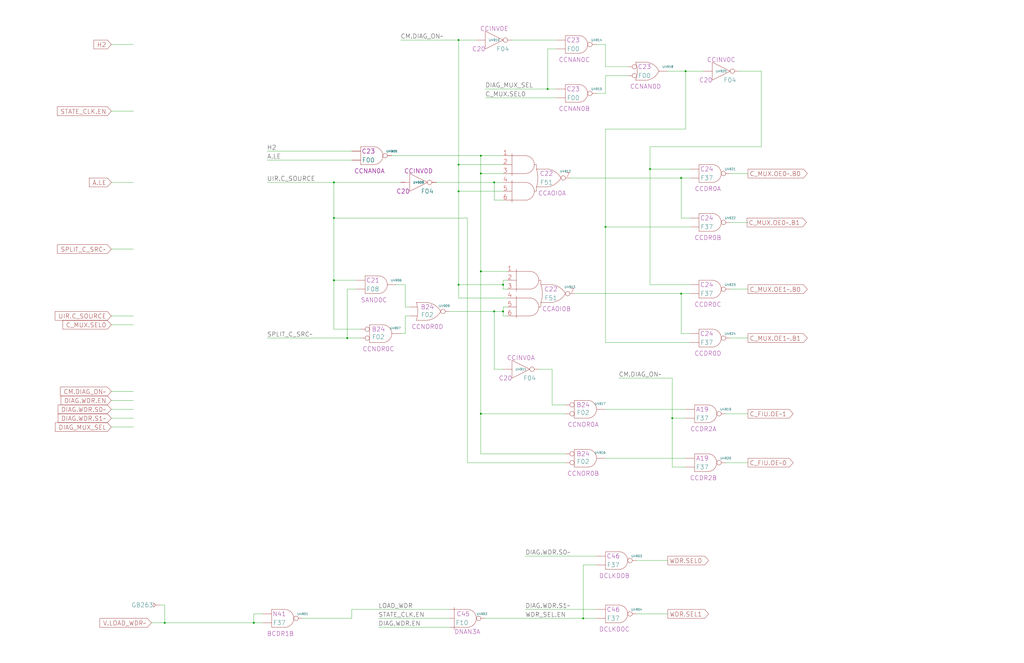
<source format=kicad_sch>
(kicad_sch (version 20220126) (generator eeschema)
  (paper "User" 584.2 378.46)
  (title_block (title "C SOURCE CONTROL") (date "22-MAR-90") (rev "1.0") (comment 1 "VALUE") (comment 2 "232-003063") (comment 3 "S400") (comment 4 "RELEASED"))
  (lib_symbols
    (symbol "r1000:F00" (pin_numbers hide) (pin_names hide)
      (property "Reference" "U" (at 15.24 0 0))
      (property "Value" "F00" (at 1.905 -5.08 0))
      (property "Location" "___" (at 1.905 0 0))
      (property "Name" "______" (at 2.54 -12.7 0))
      (symbol "F00_0_1"
        (polyline (pts (xy -2.54 -7.62) (xy 5.08 -7.62)) (stroke (width 0.1524)))
        (polyline (pts (xy -2.54 2.54) (xy -2.54 -7.62)) (stroke (width 0.1524)))
        (polyline (pts (xy -2.54 2.54) (xy 5.08 2.54)) (stroke (width 0.1524)))
        (arc (start 5.08 -7.62) (mid 10.1282 -2.54) (end 5.08 2.54) (stroke (width 0.1524)))
        (circle (center 11.43 -2.54) (radius 1.27) (stroke (width 0.1524)))
      )
      (symbol "F00_0_2"
        (circle (center -3.81 -5.08) (radius 1.27) (stroke (width 0.1524)))
        (circle (center -3.81 0) (radius 1.27) (stroke (width 0.1524)))
        (arc (start -3.175 -7.62) (mid -2.134 -2.54) (end -3.175 2.54) (stroke (width 0.1524)))
        (polyline (pts (xy -3.175 -7.62) (xy 3.81 -7.62)) (stroke (width 0.1524)))
        (polyline (pts (xy -3.175 2.54) (xy 3.81 2.54)) (stroke (width 0.1524)))
        (arc (start 3.81 -7.62) (mid 7.5855 -5.8306) (end 10.16 -2.54) (stroke (width 0.1524)))
        (arc (start 10.16 -2.54) (mid 7.5827 0.7471) (end 3.81 2.54) (stroke (width 0.1524)))
      )
      (symbol "F00_1_1"
        (pin input line (at -7.62 0 0) (length 5.08) (name "D0") (number "1"))
        (pin input line (at -7.62 -5.08 0) (length 5.08) (name "D1") (number "2"))
        (pin output line (at 15.24 -2.54 180) (length 2.54) (name "Q") (number "3"))
      )
      (symbol "F00_1_2"
        (pin input line (at -7.62 0 0) (length 2.54) (name "D0") (number "1"))
        (pin input line (at -7.62 -5.08 0) (length 2.54) (name "D1") (number "2"))
        (pin output line (at 15.24 -2.54 180) (length 5.08) (name "Q") (number "3"))
      )
    )
    (symbol "r1000:F02" (pin_numbers hide) (pin_names hide)
      (property "Reference" "U" (at 12.16 0.635 0))
      (property "Value" "F02" (at -1.27 -4.445 0))
      (property "Location" "___" (at 2.54 0 0))
      (property "Name" "______" (at 2.54 -12.7 0))
      (symbol "F02_0_1"
        (arc (start -3.81 -7.62) (mid -2.9847 -2.54) (end -3.81 2.54) (stroke (width 0.1524)))
        (polyline (pts (xy -5.08 -5.08) (xy -3.175 -5.08)) (stroke (width 0.1524)))
        (polyline (pts (xy -5.08 0) (xy -3.175 0)) (stroke (width 0.1524)))
        (polyline (pts (xy -3.81 -7.62) (xy 2.54 -7.62)) (stroke (width 0.1524)))
        (polyline (pts (xy -3.81 2.54) (xy 2.54 2.54)) (stroke (width 0.1524)))
        (polyline (pts (xy 13.97 -2.54) (xy 12.7 -2.54)) (stroke (width 0.1524)))
        (arc (start 2.54 -7.62) (mid 6.9515 -5.9823) (end 10.16 -2.54) (stroke (width 0.1524)))
        (arc (start 10.16 -2.54) (mid 6.9478 0.8966) (end 2.54 2.54) (stroke (width 0.1524)))
        (circle (center 11.43 -2.54) (radius 1.27) (stroke (width 0.1524)))
      )
      (symbol "F02_0_2"
        (circle (center -3.81 -5.08) (radius 1.27) (stroke (width 0.1524)))
        (circle (center -3.81 0) (radius 1.27) (stroke (width 0.1524)))
        (polyline (pts (xy -2.54 -7.62) (xy 5.08 -7.62)) (stroke (width 0.1524)))
        (polyline (pts (xy -2.54 2.54) (xy -2.54 -7.62)) (stroke (width 0.1524)))
        (polyline (pts (xy -2.54 2.54) (xy 5.08 2.54)) (stroke (width 0.1524)))
        (polyline (pts (xy 11.43 -2.54) (xy 10.16 -2.54)) (stroke (width 0.1524)))
        (polyline (pts (xy 11.43 -2.54) (xy 12.7 -2.54)) (stroke (width 0.1524)))
        (arc (start 5.08 -7.62) (mid 10.1282 -2.54) (end 5.08 2.54) (stroke (width 0.1524)))
      )
      (symbol "F02_1_1"
        (pin input line (at -7.62 0 0) (length 2.54) (name "D0") (number "1"))
        (pin input line (at -7.62 -5.08 0) (length 2.54) (name "D1") (number "2"))
        (pin output line (at 15.24 -2.54 180) (length 1.27) (name "Q") (number "3"))
      )
      (symbol "F02_1_2"
        (pin input line (at -7.62 0 0) (length 2.54) (name "D0") (number "1"))
        (pin input line (at -7.62 -5.08 0) (length 2.54) (name "D1") (number "2"))
        (pin output line (at 15.24 -2.54 180) (length 2.54) (name "Q") (number "3"))
      )
    )
    (symbol "r1000:F04" (pin_numbers hide) (pin_names hide)
      (property "Reference" "U" (at 0 0 0))
      (property "Value" "F04" (at 1.27 -5.08 0))
      (property "Location" "___" (at -12.7 -5.08 0))
      (property "Name" "______" (at 0 5.08 0))
      (symbol "F04_0_1"
        (polyline (pts (xy -7.62 0) (xy -5.08 0)) (stroke (width 0.1524)))
        (polyline (pts (xy -5.08 5.08) (xy -5.08 -5.08)) (stroke (width 0.1524)))
        (polyline (pts (xy 5.08 0) (xy -5.08 -5.08)) (stroke (width 0.1524)))
        (polyline (pts (xy 5.08 0) (xy -5.08 5.08)) (stroke (width 0.1524)))
        (circle (center 6.35 0) (radius 1.27) (stroke (width 0.1524)))
      )
      (symbol "F04_1_1"
        (pin input line (at -10.16 0 0) (length 2.54) (name "D0") (number "1"))
        (pin output line (at 10.16 0 180) (length 2.54) (name "Q") (number "2"))
      )
    )
    (symbol "r1000:F08" (pin_numbers hide) (pin_names hide)
      (property "Reference" "U" (at 15.24 0 0))
      (property "Value" "F08" (at 1.905 -5.08 0))
      (property "Location" "___" (at 1.905 0 0))
      (property "Name" "______" (at 2.54 -12.7 0))
      (symbol "F08_0_1"
        (polyline (pts (xy -2.54 -7.62) (xy 5.08 -7.62)) (stroke (width 0.1524)))
        (polyline (pts (xy -2.54 2.54) (xy -2.54 -7.62)) (stroke (width 0.1524)))
        (polyline (pts (xy -2.54 2.54) (xy 5.08 2.54)) (stroke (width 0.1524)))
        (arc (start 5.08 -7.62) (mid 10.1282 -2.54) (end 5.08 2.54) (stroke (width 0.1524)))
      )
      (symbol "F08_0_2"
        (circle (center -3.81 -5.08) (radius 1.27) (stroke (width 0.1524)))
        (circle (center -3.81 0) (radius 1.27) (stroke (width 0.1524)))
        (arc (start -3.175 -7.62) (mid -2.134 -2.54) (end -3.175 2.54) (stroke (width 0.1524)))
        (polyline (pts (xy -3.175 -7.62) (xy 3.81 -7.62)) (stroke (width 0.1524)))
        (polyline (pts (xy -3.175 2.54) (xy 3.81 2.54)) (stroke (width 0.1524)))
        (arc (start 3.81 -7.62) (mid 7.5855 -5.8306) (end 10.16 -2.54) (stroke (width 0.1524)))
        (arc (start 10.16 -2.54) (mid 7.5827 0.7471) (end 3.81 2.54) (stroke (width 0.1524)))
        (circle (center 11.43 -2.54) (radius 1.27) (stroke (width 0.1524)))
      )
      (symbol "F08_1_1"
        (pin input line (at -7.62 0 0) (length 5.08) (name "D0") (number "1"))
        (pin input line (at -7.62 -5.08 0) (length 5.08) (name "D1") (number "2"))
        (pin output line (at 15.24 -2.54 180) (length 5.08) (name "Q") (number "3"))
      )
      (symbol "F08_1_2"
        (pin input line (at -7.62 0 0) (length 2.54) (name "D0") (number "1"))
        (pin input line (at -7.62 -5.08 0) (length 2.54) (name "D1") (number "2"))
        (pin output line (at 15.24 -2.54 180) (length 2.54) (name "Q") (number "3"))
      )
    )
    (symbol "r1000:F10" (pin_numbers hide) (pin_names hide)
      (property "Reference" "U" (at 13.335 0 0))
      (property "Value" "F10" (at 5.715 -5.08 0))
      (property "Location" "___" (at -1.27 0 0))
      (property "Name" "______" (at -2.54 -10.16 0))
      (symbol "F10_0_1"
        (polyline (pts (xy -2.54 -7.62) (xy 5.08 -7.62)) (stroke (width 0.1524)))
        (polyline (pts (xy -2.54 2.54) (xy 5.08 2.54)) (stroke (width 0.1524)))
        (polyline (pts (xy -2.54 3.81) (xy -2.54 -8.89)) (stroke (width 0.1524)))
        (arc (start 5.08 -7.62) (mid 10.1282 -2.54) (end 5.08 2.54) (stroke (width 0.1524)))
        (circle (center 11.43 -2.54) (radius 1.27) (stroke (width 0.1524)))
      )
      (symbol "F10_0_2"
        (circle (center -3.81 -7.62) (radius 1.27) (stroke (width 0.1524)))
        (circle (center -3.81 2.54) (radius 1.27) (stroke (width 0.1524)))
        (circle (center -3.175 -2.54) (radius 1.27) (stroke (width 0.1524)))
        (arc (start -2.54 -7.62) (mid -1.8195 -2.54) (end -2.54 2.54) (stroke (width 0.1524)))
        (polyline (pts (xy -4.445 -2.54) (xy -5.08 -2.54)) (stroke (width 0.1524)))
        (polyline (pts (xy -2.54 -7.62) (xy 5.08 -7.62)) (stroke (width 0.1524)))
        (polyline (pts (xy -2.54 2.54) (xy 5.08 2.54)) (stroke (width 0.1524)))
        (polyline (pts (xy 10.795 -2.54) (xy 12.7 -2.54)) (stroke (width 0.1524)))
        (arc (start 5.08 -7.62) (mid 8.4845 -5.6954) (end 10.795 -2.54) (stroke (width 0.1524)))
        (arc (start 10.795 -2.54) (mid 8.4807 0.6111) (end 5.08 2.54) (stroke (width 0.1524)))
      )
      (symbol "F10_1_1"
        (pin input line (at -5.08 2.54 0) (length 2.54) (name "D0") (number "1"))
        (pin input line (at -5.08 -2.54 0) (length 2.54) (name "D1") (number "2"))
        (pin input line (at -5.08 -7.62 0) (length 2.54) (name "D2") (number "3"))
        (pin output line (at 15.24 -2.54 180) (length 2.54) (name "Q") (number "4"))
      )
      (symbol "F10_1_2"
        (pin input line (at -5.08 2.54 0) (length 0) (name "D0") (number "1"))
        (pin input line (at -5.08 -2.54 0) (length 0) (name "D1") (number "2"))
        (pin input line (at -5.08 -7.62 0) (length 0) (name "D2") (number "3"))
        (pin output line (at 15.24 -2.54 180) (length 2.54) (name "Q") (number "4"))
      )
    )
    (symbol "r1000:F37" (pin_numbers hide) (pin_names (offset 0) hide)
      (property "Reference" "U" (at 15.24 0 0))
      (property "Value" "F37" (at 1.905 -5.08 0))
      (property "Location" "___" (at 1.905 0 0))
      (property "Name" "______" (at 2.54 -12.7 0))
      (symbol "F37_0_1"
        (polyline (pts (xy -2.54 -7.62) (xy 5.08 -7.62)) (stroke (width 0.1524)))
        (polyline (pts (xy -2.54 2.54) (xy -2.54 -7.62)) (stroke (width 0.1524)))
        (polyline (pts (xy -2.54 2.54) (xy 5.08 2.54)) (stroke (width 0.1524)))
        (arc (start 5.08 -7.62) (mid 10.1282 -2.54) (end 5.08 2.54) (stroke (width 0.1524)))
        (circle (center 11.43 -2.54) (radius 1.27) (stroke (width 0.1524)))
      )
      (symbol "F37_0_2"
        (circle (center -3.81 -5.08) (radius 1.27) (stroke (width 0.1524)))
        (circle (center -3.81 0) (radius 1.27) (stroke (width 0.1524)))
        (arc (start -3.175 -7.62) (mid -2.134 -2.54) (end -3.175 2.54) (stroke (width 0.1524)))
        (polyline (pts (xy -3.175 -7.62) (xy 3.81 -7.62)) (stroke (width 0.1524)))
        (polyline (pts (xy -3.175 2.54) (xy 3.81 2.54)) (stroke (width 0.1524)))
        (arc (start 3.81 -7.62) (mid 7.5855 -5.8306) (end 10.16 -2.54) (stroke (width 0.1524)))
        (arc (start 10.16 -2.54) (mid 7.5827 0.7471) (end 3.81 2.54) (stroke (width 0.1524)))
      )
      (symbol "F37_1_1"
        (pin input line (at -7.62 0 0) (length 5.08) (name "D0") (number "1"))
        (pin input line (at -7.62 -5.08 0) (length 5.08) (name "D1") (number "2"))
        (pin output line (at 15.24 -2.54 180) (length 2.54) (name "Q") (number "3"))
      )
      (symbol "F37_1_2"
        (pin input line (at -7.62 0 0) (length 2.54) (name "D0") (number "1"))
        (pin input line (at -7.62 -5.08 0) (length 2.54) (name "D1") (number "2"))
        (pin output line (at 15.24 -2.54 180) (length 5.08) (name "Q") (number "3"))
      )
    )
    (symbol "r1000:F51" (pin_names hide)
      (property "Reference" "U" (at 12.7 1.27 0))
      (property "Value" "F51" (at 1.905 -5.08 0))
      (property "Location" "___" (at 1.905 0 0))
      (property "Name" "______" (at 5.08 -12.7 0))
      (symbol "F51_0_0"
        (arc (start -10.16 -15.24) (mid -6.5679 -13.7521) (end -5.08 -10.16) (stroke (width 0.1524)))
        (arc (start -10.16 0) (mid -6.5679 1.4879) (end -5.08 5.08) (stroke (width 0.1524)))
        (arc (start -5.08 -10.16) (mid -6.5679 -6.5679) (end -10.16 -5.08) (stroke (width 0.1524)))
        (arc (start -5.08 5.08) (mid -6.5679 8.6721) (end -10.16 10.16) (stroke (width 0.1524)))
        (arc (start -3.8173 -7.62) (mid -2.9926 -2.54) (end -3.8173 2.54) (stroke (width 0.1524)))
        (polyline (pts (xy -20.32 -15.24) (xy -17.78 -15.24)) (stroke (width 0.1524)))
        (polyline (pts (xy -20.32 -10.16) (xy -17.78 -10.16)) (stroke (width 0.1524)))
        (polyline (pts (xy -20.32 -5.08) (xy -17.78 -5.08)) (stroke (width 0.1524)))
        (polyline (pts (xy -20.32 0) (xy -17.78 0)) (stroke (width 0.1524)))
        (polyline (pts (xy -20.32 5.08) (xy -17.78 5.08)) (stroke (width 0.1524)))
        (polyline (pts (xy -20.32 10.16) (xy -17.78 10.16)) (stroke (width 0.1524)))
        (polyline (pts (xy -17.78 -3.81) (xy -17.78 -16.51)) (stroke (width 0.1524)))
        (polyline (pts (xy -17.78 11.43) (xy -17.78 -1.27)) (stroke (width 0.1524)))
        (polyline (pts (xy -10.16 -15.24) (xy -17.78 -15.24)) (stroke (width 0.1524)))
        (polyline (pts (xy -10.16 -5.08) (xy -17.78 -5.08)) (stroke (width 0.1524)))
        (polyline (pts (xy -10.16 0) (xy -17.78 0)) (stroke (width 0.1524)))
        (polyline (pts (xy -10.16 10.16) (xy -17.78 10.16)) (stroke (width 0.1524)))
        (polyline (pts (xy -3.81 -7.62) (xy 2.54 -7.62)) (stroke (width 0.1524)))
        (polyline (pts (xy -3.81 2.54) (xy 2.54 2.54)) (stroke (width 0.1524)))
        (polyline (pts (xy -5.08 -10.16) (xy -3.81 -10.16) (xy -3.81 -7.62)) (stroke (width 0.1524)))
        (polyline (pts (xy -5.08 5.08) (xy -3.81 5.08) (xy -3.81 2.54)) (stroke (width 0.1524)))
        (arc (start 2.54 -7.62) (mid 6.9504 -5.9805) (end 10.16 -2.54) (stroke (width 0.1524)))
        (arc (start 10.16 -2.54) (mid 6.9516 0.9024) (end 2.54 2.54) (stroke (width 0.1524)))
        (circle (center 11.43 -2.54) (radius 1.27) (stroke (width 0.1524)))
      )
      (symbol "F51_1_1"
        (pin input line (at -22.86 10.16 0) (length 2.54) (name "A1") (number "1"))
        (pin input line (at -22.86 5.08 0) (length 2.54) (name "A2") (number "2"))
        (pin input line (at -22.86 0 0) (length 2.54) (name "A3") (number "3"))
        (pin input line (at -22.86 -5.08 0) (length 2.54) (name "B1") (number "4"))
        (pin input line (at -22.86 -10.16 0) (length 2.54) (name "B2") (number "5"))
        (pin input line (at -22.86 -15.24 0) (length 2.54) (name "B3") (number "6"))
        (pin output line (at 15.24 -2.54 180) (length 2.54) (name "Q") (number "7"))
      )
    )
    (symbol "r1000:GB" (pin_numbers hide) (pin_names (offset 0) hide)
      (property "Reference" "GB" (at 3.81 0 0))
      (symbol "GB_0_1"
        (polyline (pts (xy 2.54 0) (xy 3.81 1.27) (xy 3.81 -1.27) (xy 2.54 0)) (stroke (width 0.1524)))
      )
      (symbol "GB_1_1"
        (pin bidirectional line (at 0 0 0) (length 2.54) (name "") (number "1"))
      )
    )
  )
  (wire (pts (xy 144.78 350.52) (xy 144.78 355.6)))
  (wire (pts (xy 144.78 355.6) (xy 149.86 355.6)))
  (wire (pts (xy 149.86 350.52) (xy 144.78 350.52)))
  (wire (pts (xy 152.4 104.14) (xy 190.5 104.14)))
  (wire (pts (xy 152.4 193.04) (xy 198.12 193.04)))
  (wire (pts (xy 152.4 86.36) (xy 200.66 86.36)))
  (wire (pts (xy 152.4 91.44) (xy 200.66 91.44)))
  (wire (pts (xy 172.72 353.06) (xy 200.66 353.06)))
  (wire (pts (xy 190.5 104.14) (xy 190.5 124.46)))
  (wire (pts (xy 190.5 104.14) (xy 228.6 104.14)))
  (wire (pts (xy 190.5 124.46) (xy 190.5 160.02)))
  (wire (pts (xy 190.5 124.46) (xy 266.7 124.46)))
  (wire (pts (xy 190.5 160.02) (xy 190.5 187.96)))
  (wire (pts (xy 190.5 160.02) (xy 203.2 160.02)))
  (wire (pts (xy 198.12 165.1) (xy 203.2 165.1)))
  (wire (pts (xy 198.12 193.04) (xy 198.12 165.1)))
  (wire (pts (xy 198.12 193.04) (xy 205.74 193.04)))
  (wire (pts (xy 200.66 347.98) (xy 256.54 347.98)))
  (wire (pts (xy 200.66 353.06) (xy 200.66 347.98)))
  (wire (pts (xy 205.74 187.96) (xy 190.5 187.96)))
  (wire (pts (xy 215.9 353.06) (xy 256.54 353.06)))
  (wire (pts (xy 215.9 358.14) (xy 256.54 358.14)))
  (wire (pts (xy 223.52 88.9) (xy 274.32 88.9)))
  (wire (pts (xy 226.06 162.56) (xy 231.14 162.56)))
  (wire (pts (xy 228.6 190.5) (xy 231.14 190.5)))
  (wire (pts (xy 228.6 22.86) (xy 261.62 22.86)))
  (wire (pts (xy 231.14 175.26) (xy 231.14 162.56)))
  (wire (pts (xy 231.14 180.34) (xy 231.14 190.5)))
  (wire (pts (xy 233.68 175.26) (xy 231.14 175.26)))
  (wire (pts (xy 233.68 180.34) (xy 231.14 180.34)))
  (wire (pts (xy 248.92 104.14) (xy 281.94 104.14)))
  (wire (pts (xy 256.54 177.8) (xy 281.94 177.8)))
  (wire (pts (xy 261.62 109.22) (xy 261.62 162.56)))
  (wire (pts (xy 261.62 109.22) (xy 261.62 93.98)))
  (wire (pts (xy 261.62 170.18) (xy 261.62 162.56)))
  (wire (pts (xy 261.62 22.86) (xy 271.78 22.86)))
  (wire (pts (xy 261.62 93.98) (xy 261.62 22.86)))
  (wire (pts (xy 266.7 124.46) (xy 266.7 264.16)))
  (wire (pts (xy 274.32 154.94) (xy 274.32 99.06)))
  (wire (pts (xy 274.32 236.22) (xy 274.32 154.94)))
  (wire (pts (xy 274.32 259.08) (xy 274.32 236.22)))
  (wire (pts (xy 274.32 88.9) (xy 287.02 88.9)))
  (wire (pts (xy 274.32 99.06) (xy 274.32 88.9)))
  (wire (pts (xy 276.86 353.06) (xy 332.74 353.06)))
  (wire (pts (xy 276.86 50.8) (xy 312.42 50.8)))
  (wire (pts (xy 276.86 55.88) (xy 317.5 55.88)))
  (wire (pts (xy 281.94 104.14) (xy 287.02 104.14)))
  (wire (pts (xy 281.94 114.3) (xy 281.94 104.14)))
  (wire (pts (xy 281.94 177.8) (xy 287.02 177.8)))
  (wire (pts (xy 281.94 210.82) (xy 281.94 177.8)))
  (wire (pts (xy 287.02 109.22) (xy 261.62 109.22)))
  (wire (pts (xy 287.02 114.3) (xy 281.94 114.3)))
  (wire (pts (xy 287.02 160.02) (xy 289.56 160.02)))
  (wire (pts (xy 287.02 162.56) (xy 261.62 162.56)))
  (wire (pts (xy 287.02 162.56) (xy 287.02 160.02)))
  (wire (pts (xy 287.02 165.1) (xy 287.02 162.56)))
  (wire (pts (xy 287.02 175.26) (xy 289.56 175.26)))
  (wire (pts (xy 287.02 177.8) (xy 287.02 175.26)))
  (wire (pts (xy 287.02 180.34) (xy 287.02 177.8)))
  (wire (pts (xy 287.02 210.82) (xy 281.94 210.82)))
  (wire (pts (xy 287.02 93.98) (xy 261.62 93.98)))
  (wire (pts (xy 287.02 99.06) (xy 274.32 99.06)))
  (wire (pts (xy 289.56 154.94) (xy 274.32 154.94)))
  (wire (pts (xy 289.56 165.1) (xy 287.02 165.1)))
  (wire (pts (xy 289.56 170.18) (xy 261.62 170.18)))
  (wire (pts (xy 289.56 180.34) (xy 287.02 180.34)))
  (wire (pts (xy 292.1 22.86) (xy 317.5 22.86)))
  (wire (pts (xy 299.72 317.5) (xy 340.36 317.5)))
  (wire (pts (xy 299.72 347.98) (xy 340.36 347.98)))
  (wire (pts (xy 312.42 27.94) (xy 312.42 50.8)))
  (wire (pts (xy 312.42 50.8) (xy 317.5 50.8)))
  (wire (pts (xy 314.96 210.82) (xy 307.34 210.82)))
  (wire (pts (xy 314.96 231.14) (xy 314.96 210.82)))
  (wire (pts (xy 317.5 27.94) (xy 312.42 27.94)))
  (wire (pts (xy 322.58 231.14) (xy 314.96 231.14)))
  (wire (pts (xy 322.58 236.22) (xy 274.32 236.22)))
  (wire (pts (xy 322.58 259.08) (xy 274.32 259.08)))
  (wire (pts (xy 322.58 264.16) (xy 266.7 264.16)))
  (wire (pts (xy 325.12 101.6) (xy 388.62 101.6)))
  (wire (pts (xy 327.66 167.64) (xy 388.62 167.64)))
  (wire (pts (xy 332.74 322.58) (xy 332.74 353.06)))
  (wire (pts (xy 332.74 353.06) (xy 340.36 353.06)))
  (wire (pts (xy 340.36 25.4) (xy 345.44 25.4)))
  (wire (pts (xy 340.36 322.58) (xy 332.74 322.58)))
  (wire (pts (xy 340.36 53.34) (xy 345.44 53.34)))
  (wire (pts (xy 345.44 129.54) (xy 345.44 73.66)))
  (wire (pts (xy 345.44 129.54) (xy 393.7 129.54)))
  (wire (pts (xy 345.44 195.58) (xy 345.44 129.54)))
  (wire (pts (xy 345.44 233.68) (xy 391.16 233.68)))
  (wire (pts (xy 345.44 25.4) (xy 345.44 38.1)))
  (wire (pts (xy 345.44 261.62) (xy 391.16 261.62)))
  (wire (pts (xy 345.44 38.1) (xy 358.14 38.1)))
  (wire (pts (xy 345.44 43.18) (xy 358.14 43.18)))
  (wire (pts (xy 345.44 53.34) (xy 345.44 43.18)))
  (wire (pts (xy 345.44 73.66) (xy 391.16 73.66)))
  (wire (pts (xy 353.06 215.9) (xy 383.54 215.9)))
  (wire (pts (xy 363.22 320.04) (xy 381 320.04)))
  (wire (pts (xy 363.22 350.52) (xy 381 350.52)))
  (wire (pts (xy 370.84 162.56) (xy 393.7 162.56)))
  (wire (pts (xy 370.84 83.82) (xy 370.84 96.52)))
  (wire (pts (xy 370.84 96.52) (xy 370.84 162.56)))
  (wire (pts (xy 370.84 96.52) (xy 393.7 96.52)))
  (wire (pts (xy 381 40.64) (xy 391.16 40.64)))
  (wire (pts (xy 383.54 215.9) (xy 383.54 238.76)))
  (wire (pts (xy 383.54 238.76) (xy 383.54 266.7)))
  (wire (pts (xy 383.54 238.76) (xy 391.16 238.76)))
  (wire (pts (xy 383.54 266.7) (xy 391.16 266.7)))
  (wire (pts (xy 388.62 101.6) (xy 393.7 101.6)))
  (wire (pts (xy 388.62 124.46) (xy 388.62 101.6)))
  (wire (pts (xy 388.62 167.64) (xy 393.7 167.64)))
  (wire (pts (xy 388.62 190.5) (xy 388.62 167.64)))
  (wire (pts (xy 391.16 40.64) (xy 401.32 40.64)))
  (wire (pts (xy 391.16 73.66) (xy 391.16 40.64)))
  (wire (pts (xy 393.7 124.46) (xy 388.62 124.46)))
  (wire (pts (xy 393.7 190.5) (xy 388.62 190.5)))
  (wire (pts (xy 393.7 195.58) (xy 345.44 195.58)))
  (wire (pts (xy 414.02 236.22) (xy 426.72 236.22)))
  (wire (pts (xy 414.02 264.16) (xy 426.72 264.16)))
  (wire (pts (xy 416.56 127) (xy 426.72 127)))
  (wire (pts (xy 416.56 165.1) (xy 426.72 165.1)))
  (wire (pts (xy 416.56 193.04) (xy 426.72 193.04)))
  (wire (pts (xy 416.56 99.06) (xy 426.72 99.06)))
  (wire (pts (xy 421.64 40.64) (xy 434.34 40.64)))
  (wire (pts (xy 434.34 40.64) (xy 434.34 83.82)))
  (wire (pts (xy 434.34 83.82) (xy 370.84 83.82)))
  (wire (pts (xy 63.5 104.14) (xy 76.2 104.14)))
  (wire (pts (xy 63.5 142.24) (xy 76.2 142.24)))
  (wire (pts (xy 63.5 180.34) (xy 76.2 180.34)))
  (wire (pts (xy 63.5 185.42) (xy 76.2 185.42)))
  (wire (pts (xy 63.5 223.52) (xy 76.2 223.52)))
  (wire (pts (xy 63.5 228.6) (xy 76.2 228.6)))
  (wire (pts (xy 63.5 233.68) (xy 76.2 233.68)))
  (wire (pts (xy 63.5 238.76) (xy 76.2 238.76)))
  (wire (pts (xy 63.5 243.84) (xy 76.2 243.84)))
  (wire (pts (xy 63.5 25.4) (xy 76.2 25.4)))
  (wire (pts (xy 63.5 63.5) (xy 76.2 63.5)))
  (wire (pts (xy 91.44 345.44) (xy 93.98 345.44)))
  (wire (pts (xy 93.98 345.44) (xy 93.98 355.6)))
  (wire (pts (xy 93.98 355.6) (xy 144.78 355.6)))
  (wire (pts (xy 93.98 355.6) (xy 86.36 355.6)))
  (global_label "H2" (shape input) (at 63.5 25.4 180) (effects (font (size 2.54 2.54))) (property "Intersheet References" "${INTERSHEET_REFS}" (at 53.594 25.2413 0) (effects (font (size 1.905 1.905)) (justify right))))
  (global_label "STATE_CLK.EN" (shape input) (at 63.5 63.5 180) (effects (font (size 2.54 2.54))) (property "Intersheet References" "${INTERSHEET_REFS}" (at 32.6692 63.3413 0) (effects (font (size 1.905 1.905)) (justify right))))
  (global_label "A.LE" (shape input) (at 63.5 104.14 180) (effects (font (size 2.54 2.54))) (property "Intersheet References" "${INTERSHEET_REFS}" (at 50.933 103.9813 0) (effects (font (size 1.905 1.905)) (justify right))))
  (global_label "SPLIT_C_SRC~" (shape input) (at 63.5 142.24 180) (effects (font (size 2.54 2.54))) (property "Intersheet References" "${INTERSHEET_REFS}" (at 32.7902 142.0813 0) (effects (font (size 1.905 1.905)) (justify right))))
  (global_label "UIR.C_SOURCE" (shape input) (at 63.5 180.34 180) (effects (font (size 2.54 2.54))) (property "Intersheet References" "${INTERSHEET_REFS}" (at 31.4597 180.1813 0) (effects (font (size 1.905 1.905)) (justify right))))
  (global_label "C_MUX.SEL0" (shape input) (at 63.5 185.42 180) (effects (font (size 2.54 2.54))) (property "Intersheet References" "${INTERSHEET_REFS}" (at 35.814 185.2613 0) (effects (font (size 1.905 1.905)) (justify right))))
  (global_label "CM.DIAG_ON~" (shape input) (at 63.5 223.52 180) (effects (font (size 2.54 2.54))) (property "Intersheet References" "${INTERSHEET_REFS}" (at 34.4835 223.3613 0) (effects (font (size 1.905 1.905)) (justify right))))
  (global_label "DIAG.WDR.EN" (shape input) (at 63.5 228.6 180) (effects (font (size 2.54 2.54))) (property "Intersheet References" "${INTERSHEET_REFS}" (at 34.8464 228.4413 0) (effects (font (size 1.905 1.905)) (justify right))))
  (global_label "DIAG.WDR.S0~" (shape input) (at 63.5 233.68 180) (effects (font (size 2.54 2.54))) (property "Intersheet References" "${INTERSHEET_REFS}" (at 33.153 233.5213 0) (effects (font (size 1.905 1.905)) (justify right))))
  (global_label "DIAG.WDR.S1~" (shape input) (at 63.5 238.76 180) (effects (font (size 2.54 2.54))) (property "Intersheet References" "${INTERSHEET_REFS}" (at 33.153 238.6013 0) (effects (font (size 1.905 1.905)) (justify right))))
  (global_label "DIAG_MUX_SEL" (shape input) (at 63.5 243.84 180) (effects (font (size 2.54 2.54))) (property "Intersheet References" "${INTERSHEET_REFS}" (at 31.5807 243.6813 0) (effects (font (size 1.905 1.905)) (justify right))))
  (global_label "V.LOAD_WDR~" (shape input) (at 86.36 355.6 180) (effects (font (size 2.54 2.54))) (property "Intersheet References" "${INTERSHEET_REFS}" (at 56.9807 355.4413 0) (effects (font (size 1.905 1.905)) (justify right))))
  (symbol (lib_id "r1000:GB") (at 91.44 345.44 0) (mirror y) (unit 1)
    (property "Reference" "GB263" (at 87.63 345.44 0) (effects (font (size 2.54 2.54)) (justify left)))
    (property "Value" "GB" (effects hide))
  )
  (junction (at 93.98 355.6))
  (junction (at 144.78 355.6))
  (label "H2" (at 152.4 86.36 0) (effects (font (size 2.54 2.54))))
  (label "A.LE" (at 152.4 91.44 0) (effects (font (size 2.54 2.54))))
  (label "UIR.C_SOURCE" (at 152.4 104.14 0) (effects (font (size 2.54 2.54))))
  (label "SPLIT_C_SRC~" (at 152.4 193.04 0) (effects (font (size 2.54 2.54))))
  (symbol (lib_id "r1000:F37") (at 157.48 350.52 0) (unit 1)
    (property "Reference" "U4901" (at 172.72 350.52 0))
    (property "Value" "F37" (at 159.385 355.6 0) (effects (font (size 2.54 2.54))))
    (property "Location" "N41" (at 159.385 350.52 0) (effects (font (size 2.54 2.54))))
    (property "Name" "BCDR1B" (at 160.02 363.22 0) (effects (font (size 2.54 2.54)) (justify bottom)))
  )
  (junction (at 190.5 104.14))
  (junction (at 190.5 124.46))
  (junction (at 190.5 160.02))
  (junction (at 198.12 193.04))
  (symbol (lib_id "r1000:F00") (at 208.28 86.36 0) (unit 1)
    (property "Reference" "U4905" (at 223.52 86.36 0))
    (property "Value" "F00" (at 210.185 91.44 0) (effects (font (size 2.54 2.54))))
    (property "Location" "C23" (at 210.185 86.36 0) (effects (font (size 2.54 2.54))))
    (property "Name" "CCNAN0A" (at 210.82 99.06 0) (effects (font (size 2.54 2.54)) (justify bottom)))
  )
  (symbol (lib_id "r1000:F08") (at 210.82 160.02 0) (unit 1)
    (property "Reference" "U4906" (at 226.06 160.02 0))
    (property "Value" "F08" (at 212.725 165.1 0) (effects (font (size 2.54 2.54))))
    (property "Location" "C21" (at 212.725 160.02 0) (effects (font (size 2.54 2.54))))
    (property "Name" "SAND0C" (at 213.36 172.72 0) (effects (font (size 2.54 2.54)) (justify bottom)))
  )
  (symbol (lib_id "r1000:F02") (at 213.36 187.96 0) (unit 1) (convert 2)
    (property "Reference" "U4907" (at 225.52 187.325 0))
    (property "Value" "F02" (at 212.09 192.405 0) (effects (font (size 2.54 2.54)) (justify left)))
    (property "Location" "B24" (at 215.9 187.96 0) (effects (font (size 2.54 2.54))))
    (property "Name" "CCNOR0C" (at 215.9 200.66 0) (effects (font (size 2.54 2.54)) (justify bottom)))
  )
  (label "LOAD_WDR" (at 215.9 347.98 0) (effects (font (size 2.54 2.54))))
  (label "STATE_CLK.EN" (at 215.9 353.06 0) (effects (font (size 2.54 2.54))))
  (label "DIAG.WDR.EN" (at 215.9 358.14 0) (effects (font (size 2.54 2.54))))
  (label "CM.DIAG_ON~" (at 228.6 22.86 0) (effects (font (size 2.54 2.54))))
  (symbol (lib_id "r1000:F04") (at 238.76 104.14 0) (unit 1)
    (property "Reference" "U4908" (at 238.76 104.14 0))
    (property "Value" "F04" (at 240.03 109.22 0) (effects (font (size 2.54 2.54)) (justify left)))
    (property "Location" "C20" (at 226.06 109.22 0) (effects (font (size 2.54 2.54)) (justify left)))
    (property "Name" "CCINV0D" (at 238.76 99.06 0) (effects (font (size 2.54 2.54)) (justify bottom)))
  )
  (symbol (lib_id "r1000:F02") (at 241.3 175.26 0) (unit 1)
    (property "Reference" "U4909" (at 253.46 174.625 0))
    (property "Value" "F02" (at 240.03 179.705 0) (effects (font (size 2.54 2.54)) (justify left)))
    (property "Location" "B24" (at 243.84 175.26 0) (effects (font (size 2.54 2.54))))
    (property "Name" "CCNOR0D" (at 243.84 187.96 0) (effects (font (size 2.54 2.54)) (justify bottom)))
  )
  (junction (at 261.62 22.86))
  (junction (at 261.62 93.98))
  (junction (at 261.62 109.22))
  (junction (at 261.62 162.56))
  (symbol (lib_id "r1000:F10") (at 261.62 350.52 0) (unit 1)
    (property "Reference" "U4902" (at 274.955 350.52 0))
    (property "Value" "F10" (at 267.335 355.6 0) (effects (font (size 2.54 2.54)) (justify right)))
    (property "Location" "C45" (at 260.35 350.52 0) (effects (font (size 2.54 2.54)) (justify left)))
    (property "Name" "DNAN3A" (at 259.08 360.68 0) (effects (font (size 2.54 2.54)) (justify left)))
  )
  (junction (at 274.32 88.9))
  (junction (at 274.32 99.06))
  (junction (at 274.32 154.94))
  (junction (at 274.32 236.22))
  (label "DIAG_MUX_SEL" (at 276.86 50.8 0) (effects (font (size 2.54 2.54))))
  (label "C_MUX.SEL0" (at 276.86 55.88 0) (effects (font (size 2.54 2.54))))
  (symbol (lib_id "r1000:F04") (at 281.94 22.86 0) (unit 1)
    (property "Reference" "U4910" (at 281.94 22.86 0))
    (property "Value" "F04" (at 283.21 27.94 0) (effects (font (size 2.54 2.54)) (justify left)))
    (property "Location" "C20" (at 269.24 27.94 0) (effects (font (size 2.54 2.54)) (justify left)))
    (property "Name" "CCINV0E" (at 281.94 17.78 0) (effects (font (size 2.54 2.54)) (justify bottom)))
  )
  (junction (at 281.94 104.14))
  (junction (at 281.94 177.8))
  (junction (at 287.02 162.56))
  (junction (at 287.02 177.8))
  (symbol (lib_id "r1000:F04") (at 297.18 210.82 0) (unit 1)
    (property "Reference" "U4911" (at 297.18 210.82 0))
    (property "Value" "F04" (at 298.45 215.9 0) (effects (font (size 2.54 2.54)) (justify left)))
    (property "Location" "C20" (at 284.48 215.9 0) (effects (font (size 2.54 2.54)) (justify left)))
    (property "Name" "CCINV0A" (at 297.18 205.74 0) (effects (font (size 2.54 2.54)) (justify bottom)))
  )
  (label "DIAG.WDR.S0~" (at 299.72 317.5 0) (effects (font (size 2.54 2.54))))
  (label "DIAG.WDR.S1~" (at 299.72 347.98 0) (effects (font (size 2.54 2.54))))
  (label "WDR_SEL.EN" (at 299.72 353.06 0) (effects (font (size 2.54 2.54))))
  (symbol (lib_id "r1000:F51") (at 309.88 99.06 0) (unit 1)
    (property "Reference" "U4912" (at 322.58 97.79 0))
    (property "Value" "F51" (at 311.785 104.14 0) (effects (font (size 2.54 2.54))))
    (property "Location" "C22" (at 311.785 99.06 0) (effects (font (size 2.54 2.54))))
    (property "Name" "CCAOI0A" (at 314.96 111.76 0) (effects (font (size 2.54 2.54)) (justify bottom)))
  )
  (junction (at 312.42 50.8))
  (symbol (lib_id "r1000:F51") (at 312.42 165.1 0) (unit 1)
    (property "Reference" "U4913" (at 325.12 163.83 0))
    (property "Value" "F51" (at 314.325 170.18 0) (effects (font (size 2.54 2.54))))
    (property "Location" "C22" (at 314.325 165.1 0) (effects (font (size 2.54 2.54))))
    (property "Name" "CCAOI0B" (at 317.5 177.8 0) (effects (font (size 2.54 2.54)) (justify bottom)))
  )
  (symbol (lib_id "r1000:F00") (at 325.12 22.86 0) (unit 1)
    (property "Reference" "U4914" (at 340.36 22.86 0))
    (property "Value" "F00" (at 327.025 27.94 0) (effects (font (size 2.54 2.54))))
    (property "Location" "C23" (at 327.025 22.86 0) (effects (font (size 2.54 2.54))))
    (property "Name" "CCNAN0C" (at 327.66 35.56 0) (effects (font (size 2.54 2.54)) (justify bottom)))
  )
  (symbol (lib_id "r1000:F00") (at 325.12 50.8 0) (unit 1)
    (property "Reference" "U4915" (at 340.36 50.8 0))
    (property "Value" "F00" (at 327.025 55.88 0) (effects (font (size 2.54 2.54))))
    (property "Location" "C23" (at 327.025 50.8 0) (effects (font (size 2.54 2.54))))
    (property "Name" "CCNAN0B" (at 327.66 63.5 0) (effects (font (size 2.54 2.54)) (justify bottom)))
  )
  (symbol (lib_id "r1000:F02") (at 330.2 231.14 0) (unit 1) (convert 2)
    (property "Reference" "U4917" (at 342.36 230.505 0))
    (property "Value" "F02" (at 328.93 235.585 0) (effects (font (size 2.54 2.54)) (justify left)))
    (property "Location" "B24" (at 332.74 231.14 0) (effects (font (size 2.54 2.54))))
    (property "Name" "CCNOR0A" (at 332.74 243.84 0) (effects (font (size 2.54 2.54)) (justify bottom)))
  )
  (symbol (lib_id "r1000:F02") (at 330.2 259.08 0) (unit 1) (convert 2)
    (property "Reference" "U4916" (at 342.36 258.445 0))
    (property "Value" "F02" (at 328.93 263.525 0) (effects (font (size 2.54 2.54)) (justify left)))
    (property "Location" "B24" (at 332.74 259.08 0) (effects (font (size 2.54 2.54))))
    (property "Name" "CCNOR0B" (at 332.74 271.78 0) (effects (font (size 2.54 2.54)) (justify bottom)))
  )
  (junction (at 332.74 353.06))
  (junction (at 345.44 129.54))
  (symbol (lib_id "r1000:F37") (at 347.98 317.5 0) (unit 1)
    (property "Reference" "U4903" (at 363.22 317.5 0))
    (property "Value" "F37" (at 349.885 322.58 0) (effects (font (size 2.54 2.54))))
    (property "Location" "C46" (at 349.885 317.5 0) (effects (font (size 2.54 2.54))))
    (property "Name" "DCLKD0B" (at 350.52 330.2 0) (effects (font (size 2.54 2.54)) (justify bottom)))
  )
  (symbol (lib_id "r1000:F37") (at 347.98 347.98 0) (unit 1)
    (property "Reference" "U4904" (at 363.22 347.98 0))
    (property "Value" "F37" (at 349.885 353.06 0) (effects (font (size 2.54 2.54))))
    (property "Location" "C46" (at 349.885 347.98 0) (effects (font (size 2.54 2.54))))
    (property "Name" "DCLKD0C" (at 350.52 360.68 0) (effects (font (size 2.54 2.54)) (justify bottom)))
  )
  (label "CM.DIAG_ON~" (at 353.06 215.9 0) (effects (font (size 2.54 2.54))))
  (symbol (lib_id "r1000:F00") (at 365.76 38.1 0) (unit 1) (convert 2)
    (property "Reference" "U4918" (at 381 38.1 0))
    (property "Value" "F00" (at 367.665 43.18 0) (effects (font (size 2.54 2.54))))
    (property "Location" "C23" (at 367.665 38.1 0) (effects (font (size 2.54 2.54))))
    (property "Name" "CCNAN0D" (at 368.3 50.8 0) (effects (font (size 2.54 2.54)) (justify bottom)))
  )
  (junction (at 370.84 96.52))
  (global_label "WDR.SEL0" (shape output) (at 381 320.04 0) (effects (font (size 2.54 2.54))) (property "Intersheet References" "${INTERSHEET_REFS}" (at 404.2108 319.8813 0) (effects (font (size 1.905 1.905)) (justify left))))
  (global_label "WDR.SEL1" (shape output) (at 381 350.52 0) (effects (font (size 2.54 2.54))) (property "Intersheet References" "${INTERSHEET_REFS}" (at 404.2108 350.3613 0) (effects (font (size 1.905 1.905)) (justify left))))
  (junction (at 383.54 238.76))
  (junction (at 388.62 101.6))
  (junction (at 388.62 167.64))
  (junction (at 391.16 40.64))
  (symbol (lib_id "r1000:F37") (at 398.78 233.68 0) (unit 1)
    (property "Reference" "U4919" (at 414.02 233.68 0))
    (property "Value" "F37" (at 400.685 238.76 0) (effects (font (size 2.54 2.54))))
    (property "Location" "A19" (at 400.685 233.68 0) (effects (font (size 2.54 2.54))))
    (property "Name" "CCDR2A" (at 401.32 246.38 0) (effects (font (size 2.54 2.54)) (justify bottom)))
  )
  (symbol (lib_id "r1000:F37") (at 398.78 261.62 0) (unit 1)
    (property "Reference" "U4920" (at 414.02 261.62 0))
    (property "Value" "F37" (at 400.685 266.7 0) (effects (font (size 2.54 2.54))))
    (property "Location" "A19" (at 400.685 261.62 0) (effects (font (size 2.54 2.54))))
    (property "Name" "CCDR2B" (at 401.32 274.32 0) (effects (font (size 2.54 2.54)) (justify bottom)))
  )
  (symbol (lib_id "r1000:F37") (at 401.32 96.52 0) (unit 1)
    (property "Reference" "U4921" (at 416.56 96.52 0))
    (property "Value" "F37" (at 403.225 101.6 0) (effects (font (size 2.54 2.54))))
    (property "Location" "C24" (at 403.225 96.52 0) (effects (font (size 2.54 2.54))))
    (property "Name" "CCDR0A" (at 403.86 109.22 0) (effects (font (size 2.54 2.54)) (justify bottom)))
  )
  (symbol (lib_id "r1000:F37") (at 401.32 124.46 0) (unit 1)
    (property "Reference" "U4922" (at 416.56 124.46 0))
    (property "Value" "F37" (at 403.225 129.54 0) (effects (font (size 2.54 2.54))))
    (property "Location" "C24" (at 403.225 124.46 0) (effects (font (size 2.54 2.54))))
    (property "Name" "CCDR0B" (at 403.86 137.16 0) (effects (font (size 2.54 2.54)) (justify bottom)))
  )
  (symbol (lib_id "r1000:F37") (at 401.32 162.56 0) (unit 1)
    (property "Reference" "U4923" (at 416.56 162.56 0))
    (property "Value" "F37" (at 403.225 167.64 0) (effects (font (size 2.54 2.54))))
    (property "Location" "C24" (at 403.225 162.56 0) (effects (font (size 2.54 2.54))))
    (property "Name" "CCDR0C" (at 403.86 175.26 0) (effects (font (size 2.54 2.54)) (justify bottom)))
  )
  (symbol (lib_id "r1000:F37") (at 401.32 190.5 0) (unit 1)
    (property "Reference" "U4924" (at 416.56 190.5 0))
    (property "Value" "F37" (at 403.225 195.58 0) (effects (font (size 2.54 2.54))))
    (property "Location" "C24" (at 403.225 190.5 0) (effects (font (size 2.54 2.54))))
    (property "Name" "CCDR0D" (at 403.86 203.2 0) (effects (font (size 2.54 2.54)) (justify bottom)))
  )
  (symbol (lib_id "r1000:F04") (at 411.48 40.64 0) (unit 1)
    (property "Reference" "U4925" (at 411.48 40.64 0))
    (property "Value" "F04" (at 412.75 45.72 0) (effects (font (size 2.54 2.54)) (justify left)))
    (property "Location" "C20" (at 398.78 45.72 0) (effects (font (size 2.54 2.54)) (justify left)))
    (property "Name" "CCINV0C" (at 411.48 35.56 0) (effects (font (size 2.54 2.54)) (justify bottom)))
  )
  (global_label "C_MUX.OE0~.B1" (shape output) (at 426.1803 127 0) (effects (font (size 2.54 2.54))) (property "Intersheet References" "${INTERSHEET_REFS}" (at 460.0349 126.8413 0) (effects (font (size 1.905 1.905)) (justify left))))
  (global_label "C_MUX.OE0~.B0" (shape output) (at 426.72 99.06 0) (effects (font (size 2.54 2.54))) (property "Intersheet References" "${INTERSHEET_REFS}" (at 460.5746 98.9013 0) (effects (font (size 1.905 1.905)) (justify left))))
  (global_label "C_MUX.OE1~.B0" (shape output) (at 426.72 165.1 0) (effects (font (size 2.54 2.54))) (property "Intersheet References" "${INTERSHEET_REFS}" (at 460.5746 164.9413 0) (effects (font (size 1.905 1.905)) (justify left))))
  (global_label "C_MUX.OE1~.B1" (shape output) (at 426.72 193.04 0) (effects (font (size 2.54 2.54))) (property "Intersheet References" "${INTERSHEET_REFS}" (at 460.5746 192.8813 0) (effects (font (size 1.905 1.905)) (justify left))))
  (global_label "C_FIU.OE~1" (shape output) (at 426.72 236.22 0) (effects (font (size 2.54 2.54))) (property "Intersheet References" "${INTERSHEET_REFS}" (at 452.4708 236.0613 0) (effects (font (size 1.905 1.905)) (justify left))))
  (global_label "C_FIU.OE~0" (shape output) (at 426.72 264.16 0) (effects (font (size 2.54 2.54))) (property "Intersheet References" "${INTERSHEET_REFS}" (at 452.4708 264.0013 0) (effects (font (size 1.905 1.905)) (justify left))))
)
</source>
